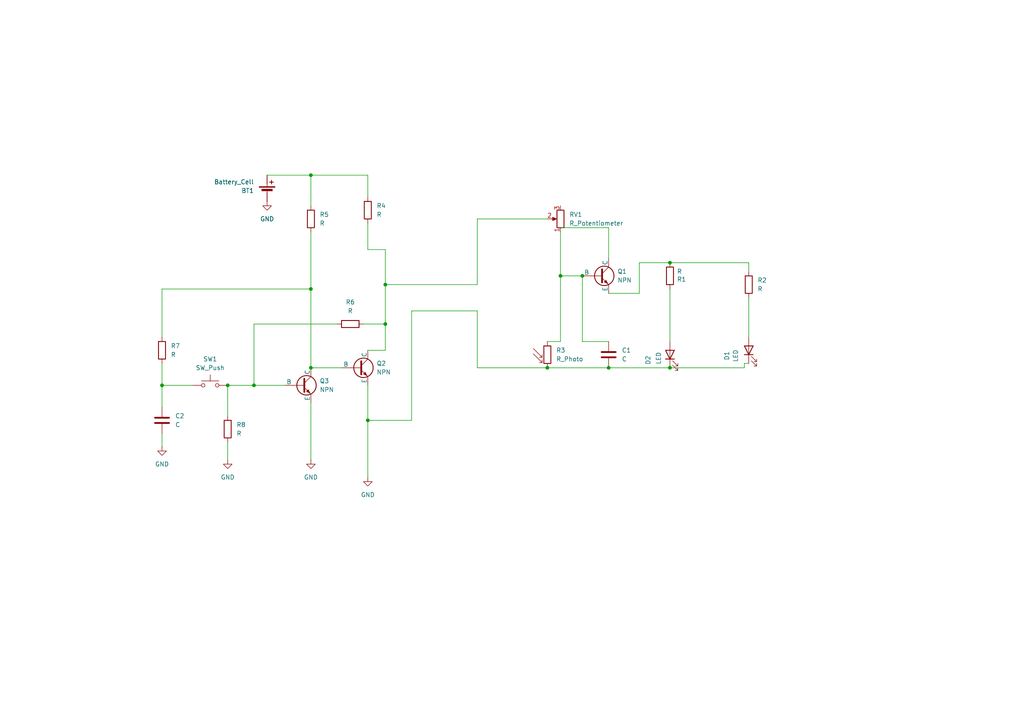
<source format=kicad_sch>
(kicad_sch (version 20250114) (generator "eeschema") (generator_version "9.0")
  (paper "A4")
  (lib_symbols
    (symbol "Device:Battery_Cell" (pin_numbers (hide yes)) (pin_names (offset 0) (hide yes))
      (property "Reference" "BT" (at 2.54 2.54 0))
      (property "Value" "Battery_Cell" (at 2.54 0 0))
      (symbol "Battery_Cell_0_1"
        (rectangle (start -2.286 1.778) (end 2.286 1.524) (fill (type outline)))
        (rectangle (start -1.524 1.016) (end 1.524 0.508) (fill (type outline)))
        (polyline (pts (xy 0 1.778) (xy 0 2.54)))
        (polyline (pts (xy 0 0.762) (xy 0 0)))
        (polyline (pts (xy 0.762 3.048) (xy 1.778 3.048)) (stroke (width 0.254)))
        (polyline (pts (xy 1.27 3.556) (xy 1.27 2.54)) (stroke (width 0.254)))
      )
      (symbol "Battery_Cell_1_1"
        (pin passive line (at 0 5.08 270) (length 2.54) (name "+") (number "1"))
        (pin passive line (at 0 -2.54 90) (length 2.54) (name "-") (number "2"))
      )
    )
    (symbol "Device:C" (pin_numbers (hide yes)) (pin_names (offset 0.254))
      (property "Reference" "C" (at 0.635 2.54 0))
      (property "Value" "C" (at 0.635 -2.54 0))
      (symbol "C_0_1"
        (polyline (pts (xy -2.032 0.762) (xy 2.032 0.762)) (stroke (width 0.508)))
        (polyline (pts (xy -2.032 -0.762) (xy 2.032 -0.762)) (stroke (width 0.508)))
      )
      (symbol "C_1_1"
        (pin passive line (at 0 3.81 270) (length 2.794) (name "~") (number "1"))
        (pin passive line (at 0 -3.81 90) (length 2.794) (name "~") (number "2"))
      )
    )
    (symbol "Device:LED" (pin_numbers (hide yes)) (pin_names (offset 1.016) (hide yes))
      (property "Reference" "D" (at 0 2.54 0))
      (property "Value" "LED" (at 0 -2.54 0))
      (symbol "LED_0_1"
        (polyline (pts (xy -3.048 -0.762) (xy -4.572 -2.286) (xy -3.81 -2.286) (xy -4.572 -2.286) (xy -4.572 -1.524)))
        (polyline (pts (xy -1.778 -0.762) (xy -3.302 -2.286) (xy -2.54 -2.286) (xy -3.302 -2.286) (xy -3.302 -1.524)))
        (polyline (pts (xy -1.27 0) (xy 1.27 0)))
        (polyline (pts (xy -1.27 -1.27) (xy -1.27 1.27)) (stroke (width 0.254)))
        (polyline (pts (xy 1.27 -1.27) (xy 1.27 1.27) (xy -1.27 0) (xy 1.27 -1.27)) (stroke (width 0.254)))
      )
      (symbol "LED_1_1"
        (pin passive line (at -3.81 0 0) (length 2.54) (name "K") (number "1"))
        (pin passive line (at 3.81 0 180) (length 2.54) (name "A") (number "2"))
      )
    )
    (symbol "Device:R" (pin_numbers (hide yes)) (pin_names (offset 0))
      (property "Reference" "R" (at 2.032 0 90))
      (property "Value" "R" (at 0 0 90))
      (symbol "R_0_1"
        (rectangle (start -1.016 -2.54) (end 1.016 2.54) (stroke (width 0.254)))
      )
      (symbol "R_1_1"
        (pin passive line (at 0 3.81 270) (length 1.27) (name "~") (number "1"))
        (pin passive line (at 0 -3.81 90) (length 1.27) (name "~") (number "2"))
      )
    )
    (symbol "Device:R_Photo" (pin_numbers (hide yes)) (pin_names (offset 0))
      (property "Reference" "R" (at 1.27 1.27 0))
      (property "Value" "R_Photo" (at 1.27 0 0))
      (symbol "R_Photo_0_1"
        (polyline (pts (xy -1.524 -0.762) (xy -4.064 1.778)))
        (polyline (pts (xy -1.524 -0.762) (xy -2.286 -0.762)))
        (polyline (pts (xy -1.524 -0.762) (xy -1.524 0)))
        (polyline (pts (xy -1.524 -2.286) (xy -4.064 0.254)))
        (polyline (pts (xy -1.524 -2.286) (xy -2.286 -2.286)))
        (polyline (pts (xy -1.524 -2.286) (xy -1.524 -1.524)))
        (rectangle (start -1.016 2.54) (end 1.016 -2.54) (stroke (width 0.254)))
      )
      (symbol "R_Photo_1_1"
        (pin passive line (at 0 3.81 270) (length 1.27) (name "~") (number "1"))
        (pin passive line (at 0 -3.81 90) (length 1.27) (name "~") (number "2"))
      )
    )
    (symbol "Device:R_Potentiometer" (pin_names (offset 1.016) (hide yes))
      (property "Reference" "RV" (at -4.445 0 90))
      (property "Value" "R_Potentiometer" (at -2.54 0 90))
      (symbol "R_Potentiometer_0_1"
        (rectangle (start 1.016 2.54) (end -1.016 -2.54) (stroke (width 0.254)))
        (polyline (pts (xy 1.143 0) (xy 2.286 0.508) (xy 2.286 -0.508) (xy 1.143 0)) (fill (type outline)))
        (polyline (pts (xy 2.54 0) (xy 1.524 0)))
      )
      (symbol "R_Potentiometer_1_1"
        (pin passive line (at 0 3.81 270) (length 1.27) (name "1") (number "1"))
        (pin passive line (at 0 -3.81 90) (length 1.27) (name "3") (number "3"))
        (pin passive line (at 3.81 0 180) (length 1.27) (name "2") (number "2"))
      )
    )
    (symbol "Simulation_SPICE:NPN" (pin_numbers (hide yes)) (pin_names (offset 0))
      (property "Reference" "Q" (at -2.54 7.62 0))
      (property "Value" "NPN" (at -2.54 5.08 0))
      (symbol "NPN_0_1"
        (polyline (pts (xy -2.54 0) (xy 0.635 0)) (stroke (width 0.1524)))
        (polyline (pts (xy 0.635 1.905) (xy 0.635 -1.905) (xy 0.635 -1.905)) (stroke (width 0.508)))
        (polyline (pts (xy 0.635 0.635) (xy 2.54 2.54)))
        (polyline (pts (xy 0.635 -0.635) (xy 2.54 -2.54) (xy 2.54 -2.54)))
        (circle (center 1.27 0) (radius 2.8194) (stroke (width 0.254)))
        (polyline (pts (xy 1.27 -1.778) (xy 1.778 -1.27) (xy 2.286 -2.286) (xy 1.27 -1.778) (xy 1.27 -1.778)) (fill (type outline)))
        (polyline (pts (xy 2.794 -1.27) (xy 2.794 -1.27)) (stroke (width 0.1524)))
        (polyline (pts (xy 2.794 -1.27) (xy 2.794 -1.27)) (stroke (width 0.1524)))
      )
      (symbol "NPN_1_1"
        (pin input line (at -5.08 0 0) (length 2.54) (name "B") (number "2"))
        (pin open_collector line (at 2.54 5.08 270) (length 2.54) (name "C") (number "1"))
        (pin open_emitter line (at 2.54 -5.08 90) (length 2.54) (name "E") (number "3"))
      )
    )
    (symbol "Switch:SW_Push" (pin_numbers (hide yes)) (pin_names (offset 1.016) (hide yes))
      (property "Reference" "SW" (at 1.27 2.54 0))
      (property "Value" "SW_Push" (at 0 -1.524 0))
      (symbol "SW_Push_0_1"
        (circle (center -2.032 0) (radius 0.508))
        (polyline (pts (xy 0 1.27) (xy 0 3.048)))
        (circle (center 2.032 0) (radius 0.508))
        (polyline (pts (xy 2.54 1.27) (xy -2.54 1.27)))
        (pin passive line (at -5.08 0 0) (length 2.54) (name "1") (number "1"))
        (pin passive line (at 5.08 0 180) (length 2.54) (name "2") (number "2"))
      )
    )
    (symbol "power:GND" (power) (pin_numbers (hide yes)) (pin_names (offset 0) (hide yes))
      (property "Value" "GND" (at 0 -3.81 0))
      (symbol "GND_0_1"
        (polyline (pts (xy 0 0) (xy 0 -1.27) (xy 1.27 -1.27) (xy 0 -2.54) (xy -1.27 -1.27) (xy 0 -1.27)))
      )
      (symbol "GND_1_1"
        (pin power_in line (at 0 0 270) (length 0) (name "~") (number "1"))
      )
    )
  )
  (junction (at 111.76 93.98))
  (junction (at 194.31 76.2))
  (junction (at 162.56 80.01))
  (junction (at 90.17 50.8))
  (junction (at 73.66 111.76))
  (junction (at 111.76 82.55))
  (junction (at 46.99 111.76))
  (junction (at 66.04 111.76))
  (junction (at 106.68 121.92))
  (junction (at 168.91 80.01))
  (junction (at 194.31 106.68))
  (junction (at 90.17 83.82))
  (junction (at 90.17 106.68))
  (junction (at 158.75 106.68))
  (junction (at 176.53 106.68))
  (wire (pts (xy 162.56 67.31) (xy 162.56 80.01)))
  (wire (pts (xy 46.99 97.79) (xy 46.99 83.82)))
  (wire (pts (xy 55.88 111.76) (xy 46.99 111.76)))
  (wire (pts (xy 66.04 111.76) (xy 66.04 120.65)))
  (wire (pts (xy 162.56 80.01) (xy 162.56 99.06)))
  (wire (pts (xy 106.68 72.39) (xy 111.76 72.39)))
  (wire (pts (xy 138.43 106.68) (xy 158.75 106.68)))
  (wire (pts (xy 90.17 67.31) (xy 90.17 83.82)))
  (wire (pts (xy 185.42 76.2) (xy 194.31 76.2)))
  (wire (pts (xy 111.76 101.6) (xy 106.68 101.6)))
  (wire (pts (xy 106.68 64.77) (xy 106.68 72.39)))
  (wire (pts (xy 90.17 50.8) (xy 106.68 50.8)))
  (wire (pts (xy 168.91 99.06) (xy 168.91 80.01)))
  (wire (pts (xy 185.42 85.09) (xy 185.42 76.2)))
  (wire (pts (xy 105.41 93.98) (xy 111.76 93.98)))
  (wire (pts (xy 90.17 116.84) (xy 90.17 133.35)))
  (wire (pts (xy 46.99 83.82) (xy 90.17 83.82)))
  (wire (pts (xy 97.79 93.98) (xy 73.66 93.98)))
  (wire (pts (xy 73.66 93.98) (xy 73.66 111.76)))
  (wire (pts (xy 111.76 72.39) (xy 111.76 82.55)))
  (wire (pts (xy 215.9 105.41) (xy 217.17 105.41)))
  (wire (pts (xy 158.75 106.68) (xy 176.53 106.68)))
  (wire (pts (xy 90.17 83.82) (xy 90.17 106.68)))
  (wire (pts (xy 106.68 111.76) (xy 106.68 121.92)))
  (wire (pts (xy 111.76 82.55) (xy 138.43 82.55)))
  (wire (pts (xy 217.17 76.2) (xy 217.17 78.74)))
  (wire (pts (xy 119.38 90.17) (xy 138.43 90.17)))
  (wire (pts (xy 217.17 86.36) (xy 217.17 97.79)))
  (wire (pts (xy 176.53 66.04) (xy 176.53 74.93)))
  (wire (pts (xy 162.56 80.01) (xy 168.91 80.01)))
  (wire (pts (xy 111.76 93.98) (xy 111.76 101.6)))
  (wire (pts (xy 73.66 111.76) (xy 66.04 111.76)))
  (wire (pts (xy 138.43 63.5) (xy 158.75 63.5)))
  (wire (pts (xy 66.04 128.27) (xy 66.04 133.35)))
  (wire (pts (xy 138.43 63.5) (xy 138.43 82.55)))
  (wire (pts (xy 138.43 106.68) (xy 138.43 90.17)))
  (wire (pts (xy 46.99 125.73) (xy 46.99 129.54)))
  (wire (pts (xy 111.76 82.55) (xy 111.76 93.98)))
  (wire (pts (xy 194.31 83.82) (xy 194.31 99.06)))
  (wire (pts (xy 106.68 121.92) (xy 106.68 138.43)))
  (wire (pts (xy 176.53 106.68) (xy 194.31 106.68)))
  (wire (pts (xy 90.17 106.68) (xy 99.06 106.68)))
  (wire (pts (xy 162.56 99.06) (xy 158.75 99.06)))
  (wire (pts (xy 46.99 105.41) (xy 46.99 111.76)))
  (wire (pts (xy 46.99 111.76) (xy 46.99 118.11)))
  (wire (pts (xy 77.47 50.8) (xy 90.17 50.8)))
  (wire (pts (xy 119.38 90.17) (xy 119.38 121.92)))
  (wire (pts (xy 106.68 121.92) (xy 119.38 121.92)))
  (wire (pts (xy 106.68 50.8) (xy 106.68 57.15)))
  (wire (pts (xy 194.31 76.2) (xy 217.17 76.2)))
  (wire (pts (xy 215.9 105.41) (xy 215.9 106.68)))
  (wire (pts (xy 90.17 50.8) (xy 90.17 59.69)))
  (wire (pts (xy 215.9 106.68) (xy 194.31 106.68)))
  (wire (pts (xy 73.66 111.76) (xy 82.55 111.76)))
  (wire (pts (xy 162.56 66.04) (xy 176.53 66.04)))
  (wire (pts (xy 176.53 99.06) (xy 168.91 99.06)))
  (wire (pts (xy 176.53 85.09) (xy 185.42 85.09)))
  (symbol (lib_id "Device:R") (at 66.04 124.46 0) (unit 1)
    (property "Reference" "R8" (at 68.58 123.1899 0) (effects (justify left)))
    (property "Value" "R" (at 68.58 125.7299 0) (effects (justify left)))
    (property "Footprint" "Resistor_THT:R_Axial_DIN0207_L6.3mm_D2.5mm_P7.62mm_Horizontal" (effects (hide yes)))
    (property "Description" "Resistor" (effects (hide yes)))
  )
  (symbol (lib_id "Device:C") (at 46.99 121.92 0) (unit 1)
    (property "Reference" "C2" (at 50.8 120.6499 0) (effects (justify left)))
    (property "Value" "C" (at 50.8 123.1899 0) (effects (justify left)))
    (property "Footprint" "Capacitor_THT:CP_Radial_D8.0mm_P5.00mm" (effects (hide yes)))
    (property "Description" "Unpolarized capacitor" (effects (hide yes)))
  )
  (symbol (lib_id "Device:R_Photo") (at 158.75 102.87 0) (unit 1)
    (property "Reference" "R3" (at 161.29 101.5999 0) (effects (justify left)))
    (property "Value" "R_Photo" (at 161.29 104.1399 0) (effects (justify left)))
    (property "Footprint" "OptoDevice:R_LDR_5.1x4.3mm_P3.4mm_Vertical" (effects (hide yes)))
    (property "Description" "Photoresistor" (effects (hide yes)))
  )
  (symbol (lib_id "power:GND") (at 77.47 58.42 0) (unit 1)
    (property "Reference" "#PWR05" (effects (hide yes)))
    (property "Value" "GND" (at 77.47 63.5 0))
    (property "Description" "Power symbol creates a global label with name \"GND\" , ground" (effects (hide yes)))
  )
  (symbol (lib_id "Switch:SW_Push") (at 60.96 111.76 0) (unit 1)
    (property "Reference" "SW1" (at 60.96 104.14 0))
    (property "Value" "SW_Push" (at 60.96 106.68 0))
    (property "Footprint" "Button_Switch_THT:SW_PUSH_6mm" (effects (hide yes)))
    (property "Description" "Push button switch, generic, two pins" (effects (hide yes)))
  )
  (symbol (lib_id "Device:Battery_Cell") (at 77.47 55.88 0) (unit 1)
    (property "Reference" "BT1" (at 73.66 55.3086 0) (effects (justify right)))
    (property "Value" "Battery_Cell" (at 73.66 52.7686 0) (effects (justify right)))
    (property "Footprint" "Battery:BatteryHolder_Keystone_3034_1x20mm" (effects (hide yes)))
    (property "Description" "Single-cell battery" (effects (hide yes)))
  )
  (symbol (lib_id "Device:LED") (at 194.31 102.87 90) (unit 1)
    (property "Reference" "D2" (at 187.96 104.4575 0))
    (property "Value" "LED" (at 191.008 103.886 0))
    (property "Footprint" "LED_THT:LED_D5.0mm" (effects (hide yes)))
    (property "Description" "Light emitting diode" (effects (hide yes)))
    (property "Sim.Pins" "1=K 2=A" (effects (hide yes)))
  )
  (symbol (lib_id "power:GND") (at 106.68 138.43 0) (unit 1)
    (property "Reference" "#PWR01" (effects (hide yes)))
    (property "Value" "GND" (at 106.68 143.51 0))
    (property "Description" "Power symbol creates a global label with name \"GND\" , ground" (effects (hide yes)))
  )
  (symbol (lib_id "Device:R_Potentiometer") (at 162.56 63.5 180) (unit 1)
    (property "Reference" "RV1" (at 165.1 62.2299 0) (effects (justify right)))
    (property "Value" "R_Potentiometer" (at 165.1 64.7699 0) (effects (justify right)))
    (property "Footprint" "Potentiometer_THT:Potentiometer_Vishay_T73YP_Vertical" (effects (hide yes)))
    (property "Description" "Potentiometer" (effects (hide yes)))
  )
  (symbol (lib_id "Simulation_SPICE:NPN") (at 87.63 111.76 0) (unit 1)
    (property "Reference" "Q3" (at 92.71 110.4899 0) (effects (justify left)))
    (property "Value" "NPN" (at 92.71 113.0299 0) (effects (justify left)))
    (property "Footprint" "Package_TO_SOT_THT:TO-92L_HandSolder" (effects (hide yes)))
    (property "Datasheet" "https://ngspice.sourceforge.io/docs/ngspice-html-manual/manual.xhtml#cha_BJTs" (effects (hide yes)))
    (property "Description" "Bipolar transistor symbol for simulation only, substrate tied to the emitter" (effects (hide yes)))
    (property "Sim.Device" "NPN" (effects (hide yes)))
    (property "Sim.Type" "GUMMELPOON" (effects (hide yes)))
    (property "Sim.Pins" "1=C 2=B 3=E" (effects (hide yes)))
  )
  (symbol (lib_id "Simulation_SPICE:NPN") (at 104.14 106.68 0) (unit 1)
    (property "Reference" "Q2" (at 109.22 105.4099 0) (effects (justify left)))
    (property "Value" "NPN" (at 109.22 107.9499 0) (effects (justify left)))
    (property "Footprint" "Package_TO_SOT_THT:TO-92L_HandSolder" (effects (hide yes)))
    (property "Datasheet" "https://ngspice.sourceforge.io/docs/ngspice-html-manual/manual.xhtml#cha_BJTs" (effects (hide yes)))
    (property "Description" "Bipolar transistor symbol for simulation only, substrate tied to the emitter" (effects (hide yes)))
    (property "Sim.Device" "NPN" (effects (hide yes)))
    (property "Sim.Type" "GUMMELPOON" (effects (hide yes)))
    (property "Sim.Pins" "1=C 2=B 3=E" (effects (hide yes)))
  )
  (symbol (lib_id "Device:R") (at 90.17 63.5 0) (unit 1)
    (property "Reference" "R5" (at 92.71 62.2299 0) (effects (justify left)))
    (property "Value" "R" (at 92.71 64.7699 0) (effects (justify left)))
    (property "Footprint" "Resistor_THT:R_Axial_DIN0207_L6.3mm_D2.5mm_P7.62mm_Horizontal" (effects (hide yes)))
    (property "Description" "Resistor" (effects (hide yes)))
  )
  (symbol (lib_id "Device:R") (at 46.99 101.6 0) (unit 1)
    (property "Reference" "R7" (at 49.53 100.3299 0) (effects (justify left)))
    (property "Value" "R" (at 49.53 102.8699 0) (effects (justify left)))
    (property "Footprint" "Resistor_THT:R_Axial_DIN0207_L6.3mm_D2.5mm_P7.62mm_Horizontal" (effects (hide yes)))
    (property "Description" "Resistor" (effects (hide yes)))
  )
  (symbol (lib_id "Device:LED") (at 217.17 101.6 90) (unit 1)
    (property "Reference" "D1" (at 210.82 103.1875 0))
    (property "Value" "LED" (at 213.36 103.1875 0))
    (property "Footprint" "LED_THT:LED_D5.0mm" (effects (hide yes)))
    (property "Description" "Light emitting diode" (effects (hide yes)))
    (property "Sim.Pins" "1=K 2=A" (effects (hide yes)))
  )
  (symbol (lib_id "Device:R") (at 106.68 60.96 0) (unit 1)
    (property "Reference" "R4" (at 109.22 59.6899 0) (effects (justify left)))
    (property "Value" "R" (at 109.22 62.2299 0) (effects (justify left)))
    (property "Footprint" "Resistor_THT:R_Axial_DIN0207_L6.3mm_D2.5mm_P7.62mm_Horizontal" (effects (hide yes)))
    (property "Description" "Resistor" (effects (hide yes)))
  )
  (symbol (lib_id "power:GND") (at 46.99 129.54 0) (unit 1)
    (property "Reference" "#PWR04" (effects (hide yes)))
    (property "Value" "GND" (at 46.99 134.62 0))
    (property "Description" "Power symbol creates a global label with name \"GND\" , ground" (effects (hide yes)))
  )
  (symbol (lib_id "Device:R") (at 217.17 82.55 0) (unit 1)
    (property "Reference" "R2" (at 219.71 81.2799 0) (effects (justify left)))
    (property "Value" "R" (at 219.71 83.8199 0) (effects (justify left)))
    (property "Footprint" "Resistor_THT:R_Axial_DIN0207_L6.3mm_D2.5mm_P7.62mm_Horizontal" (effects (hide yes)))
    (property "Description" "Resistor" (effects (hide yes)))
  )
  (symbol (lib_id "Device:R") (at 194.31 80.01 0) (unit 1)
    (property "Reference" "R1" (at 196.342 81.026 0) (effects (justify left)))
    (property "Value" "R" (at 196.342 78.74 0) (effects (justify left)))
    (property "Footprint" "Resistor_THT:R_Axial_DIN0207_L6.3mm_D2.5mm_P7.62mm_Horizontal" (effects (hide yes)))
    (property "Description" "Resistor" (effects (hide yes)))
  )
  (symbol (lib_id "Device:R") (at 101.6 93.98 90) (unit 1)
    (property "Reference" "R6" (at 101.6 87.63 90))
    (property "Value" "R" (at 101.6 90.17 90))
    (property "Footprint" "Resistor_THT:R_Axial_DIN0207_L6.3mm_D2.5mm_P7.62mm_Horizontal" (effects (hide yes)))
    (property "Description" "Resistor" (effects (hide yes)))
  )
  (symbol (lib_id "power:GND") (at 66.04 133.35 0) (unit 1)
    (property "Reference" "#PWR03" (effects (hide yes)))
    (property "Value" "GND" (at 66.04 138.43 0))
    (property "Description" "Power symbol creates a global label with name \"GND\" , ground" (effects (hide yes)))
  )
  (symbol (lib_id "power:GND") (at 90.17 133.35 0) (unit 1)
    (property "Reference" "#PWR02" (effects (hide yes)))
    (property "Value" "GND" (at 90.17 138.43 0))
    (property "Description" "Power symbol creates a global label with name \"GND\" , ground" (effects (hide yes)))
  )
  (symbol (lib_id "Device:C") (at 176.53 102.87 0) (unit 1)
    (property "Reference" "C1" (at 180.34 101.5999 0) (effects (justify left)))
    (property "Value" "C" (at 180.34 104.1399 0) (effects (justify left)))
    (property "Footprint" "Capacitor_THT:CP_Radial_D8.0mm_P5.00mm" (effects (hide yes)))
    (property "Description" "Unpolarized capacitor" (effects (hide yes)))
  )
  (symbol (lib_id "Simulation_SPICE:NPN") (at 173.99 80.01 0) (unit 1)
    (property "Reference" "Q1" (at 179.07 78.7399 0) (effects (justify left)))
    (property "Value" "NPN" (at 179.07 81.2799 0) (effects (justify left)))
    (property "Footprint" "Package_TO_SOT_THT:TO-92L_HandSolder" (effects (hide yes)))
    (property "Datasheet" "https://ngspice.sourceforge.io/docs/ngspice-html-manual/manual.xhtml#cha_BJTs" (effects (hide yes)))
    (property "Description" "Bipolar transistor symbol for simulation only, substrate tied to the emitter" (effects (hide yes)))
    (property "Sim.Device" "NPN" (effects (hide yes)))
    (property "Sim.Type" "GUMMELPOON" (effects (hide yes)))
    (property "Sim.Pins" "1=C 2=B 3=E" (effects (hide yes)))
  )
)
</source>
